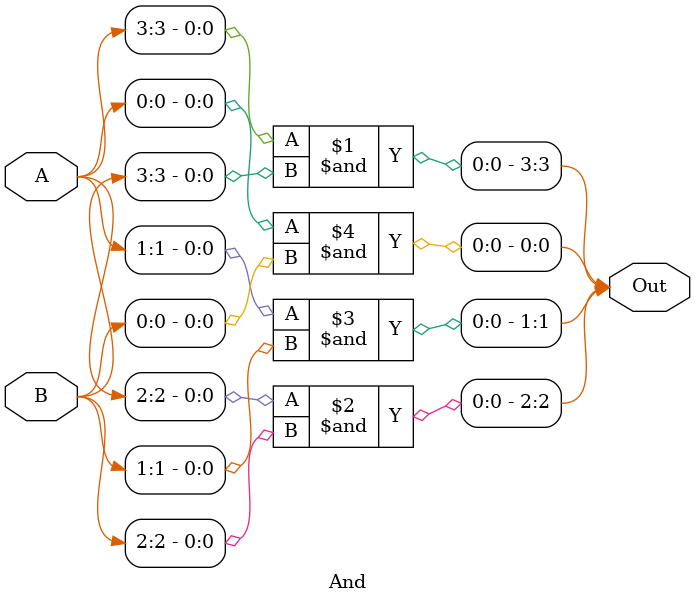
<source format=v>
module And(Out,A,B);
    input [3:0] A;
    input [3:0] B;
    output [3:0] Out;
    and g1(Out[3],A[3],B[3]);    
    and g2(Out[2],A[2],B[2]);
    and g3(Out[1],A[1],B[1]);
    and g4(Out[0],A[0],B[0]);
endmodule
</source>
